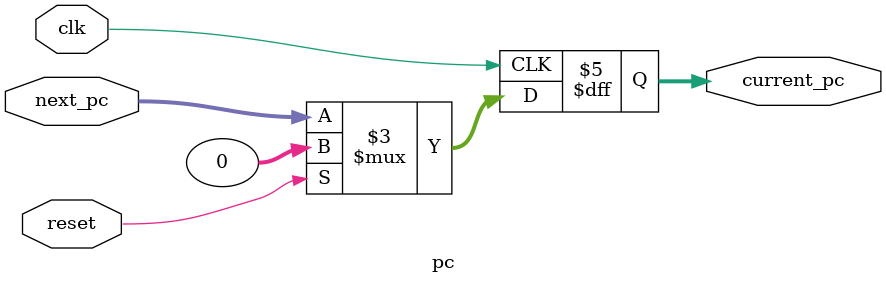
<source format=v>
module pc(
	input reset,
    input clk,
    input [31:0] next_pc,
    output reg [31:0] current_pc
	);

	always @(posedge clk) begin
		if (reset) begin
			current_pc <= 0;
		end
		else begin
			current_pc <= next_pc;
		end
	end
endmodule 

</source>
